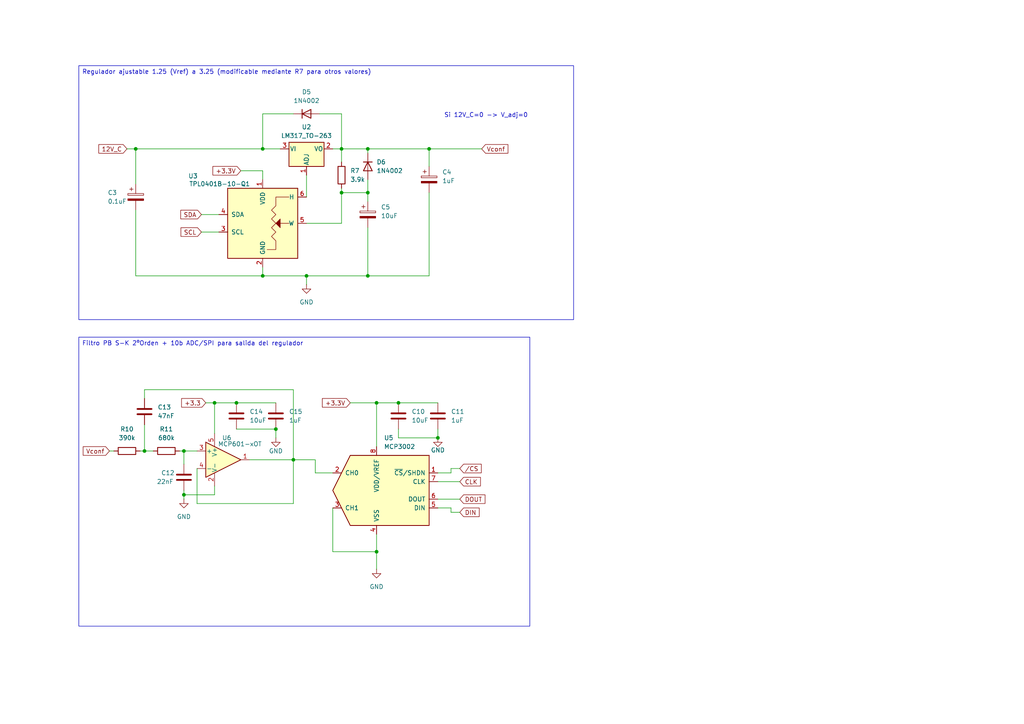
<source format=kicad_sch>
(kicad_sch
	(version 20250114)
	(generator "eeschema")
	(generator_version "9.0")
	(uuid "011d06e0-3366-4979-a361-3116c4e8e62c")
	(paper "A4")
	(title_block
		(title "Regulador configurable I2C")
	)
	(lib_symbols
		(symbol "Amplifier_Operational:MCP601-xOT"
			(pin_names
				(offset 0.127)
			)
			(exclude_from_sim no)
			(in_bom yes)
			(on_board yes)
			(property "Reference" "U"
				(at -1.27 6.35 0)
				(effects
					(font
						(size 1.27 1.27)
					)
					(justify left)
				)
			)
			(property "Value" "MCP601-xOT"
				(at -1.27 3.81 0)
				(effects
					(font
						(size 1.27 1.27)
					)
					(justify left)
				)
			)
			(property "Footprint" "Package_TO_SOT_SMD:SOT-23-5"
				(at -2.54 -5.08 0)
				(effects
					(font
						(size 1.27 1.27)
					)
					(justify left)
					(hide yes)
				)
			)
			(property "Datasheet" "http://ww1.microchip.com/downloads/en/DeviceDoc/21314g.pdf"
				(at 0 5.08 0)
				(effects
					(font
						(size 1.27 1.27)
					)
					(hide yes)
				)
			)
			(property "Description" "Single 2.7V to 6.0V Single Supply CMOS Op Amps, SOT-23-5"
				(at 0 0 0)
				(effects
					(font
						(size 1.27 1.27)
					)
					(hide yes)
				)
			)
			(property "ki_keywords" "single opamp"
				(at 0 0 0)
				(effects
					(font
						(size 1.27 1.27)
					)
					(hide yes)
				)
			)
			(property "ki_fp_filters" "SOT?23*"
				(at 0 0 0)
				(effects
					(font
						(size 1.27 1.27)
					)
					(hide yes)
				)
			)
			(symbol "MCP601-xOT_0_1"
				(polyline
					(pts
						(xy -5.08 5.08) (xy 5.08 0) (xy -5.08 -5.08) (xy -5.08 5.08)
					)
					(stroke
						(width 0.254)
						(type default)
					)
					(fill
						(type background)
					)
				)
				(pin power_in line
					(at -2.54 7.62 270)
					(length 3.81)
					(name "V+"
						(effects
							(font
								(size 1.27 1.27)
							)
						)
					)
					(number "5"
						(effects
							(font
								(size 1.27 1.27)
							)
						)
					)
				)
				(pin power_in line
					(at -2.54 -7.62 90)
					(length 3.81)
					(name "V-"
						(effects
							(font
								(size 1.27 1.27)
							)
						)
					)
					(number "2"
						(effects
							(font
								(size 1.27 1.27)
							)
						)
					)
				)
			)
			(symbol "MCP601-xOT_1_1"
				(pin input line
					(at -7.62 2.54 0)
					(length 2.54)
					(name "+"
						(effects
							(font
								(size 1.27 1.27)
							)
						)
					)
					(number "3"
						(effects
							(font
								(size 1.27 1.27)
							)
						)
					)
				)
				(pin input line
					(at -7.62 -2.54 0)
					(length 2.54)
					(name "-"
						(effects
							(font
								(size 1.27 1.27)
							)
						)
					)
					(number "4"
						(effects
							(font
								(size 1.27 1.27)
							)
						)
					)
				)
				(pin output line
					(at 7.62 0 180)
					(length 2.54)
					(name "~"
						(effects
							(font
								(size 1.27 1.27)
							)
						)
					)
					(number "1"
						(effects
							(font
								(size 1.27 1.27)
							)
						)
					)
				)
			)
			(embedded_fonts no)
		)
		(symbol "Analog_ADC:MCP3002"
			(pin_names
				(offset 1.016)
			)
			(exclude_from_sim no)
			(in_bom yes)
			(on_board yes)
			(property "Reference" "U"
				(at -6.35 11.43 0)
				(effects
					(font
						(size 1.27 1.27)
					)
				)
			)
			(property "Value" "MCP3002"
				(at 11.43 11.43 0)
				(effects
					(font
						(size 1.27 1.27)
					)
				)
			)
			(property "Footprint" ""
				(at 0 -2.54 0)
				(effects
					(font
						(size 1.27 1.27)
					)
					(hide yes)
				)
			)
			(property "Datasheet" "http://ww1.microchip.com/downloads/en/DeviceDoc/21294E.pdf"
				(at 0 5.08 0)
				(effects
					(font
						(size 1.27 1.27)
					)
					(hide yes)
				)
			)
			(property "Description" "Dual Channel 10-Bit A/D Converter with SPI Serial Interface"
				(at 0 0 0)
				(effects
					(font
						(size 1.27 1.27)
					)
					(hide yes)
				)
			)
			(property "ki_keywords" "Dual Channel 10-Bit ADC SPI 2CH"
				(at 0 0 0)
				(effects
					(font
						(size 1.27 1.27)
					)
					(hide yes)
				)
			)
			(property "ki_fp_filters" "DIP*W7.62mm** SOIC*3.9x4.9mm*P1.27mm* TSSOP*3x3mm*P0.65mm* MSOP*3x3mm*P0.65mm*"
				(at 0 0 0)
				(effects
					(font
						(size 1.27 1.27)
					)
					(hide yes)
				)
			)
			(symbol "MCP3002_0_1"
				(polyline
					(pts
						(xy 15.24 10.16) (xy -7.62 10.16) (xy -12.7 0) (xy -7.62 -10.16) (xy 15.24 -10.16) (xy 15.24 10.16)
					)
					(stroke
						(width 0.254)
						(type default)
					)
					(fill
						(type background)
					)
				)
			)
			(symbol "MCP3002_1_1"
				(pin passive line
					(at -12.7 5.08 0)
					(length 2.54)
					(name "CH0"
						(effects
							(font
								(size 1.27 1.27)
							)
						)
					)
					(number "2"
						(effects
							(font
								(size 1.27 1.27)
							)
						)
					)
				)
				(pin passive line
					(at -12.7 -5.08 0)
					(length 2.54)
					(name "CH1"
						(effects
							(font
								(size 1.27 1.27)
							)
						)
					)
					(number "3"
						(effects
							(font
								(size 1.27 1.27)
							)
						)
					)
				)
				(pin power_in line
					(at 0 12.7 270)
					(length 2.54)
					(name "VDD/VREF"
						(effects
							(font
								(size 1.27 1.27)
							)
						)
					)
					(number "8"
						(effects
							(font
								(size 1.27 1.27)
							)
						)
					)
				)
				(pin power_in line
					(at 0 -12.7 90)
					(length 2.54)
					(name "VSS"
						(effects
							(font
								(size 1.27 1.27)
							)
						)
					)
					(number "4"
						(effects
							(font
								(size 1.27 1.27)
							)
						)
					)
				)
				(pin input line
					(at 17.78 5.08 180)
					(length 2.54)
					(name "~{CS}/SHDN"
						(effects
							(font
								(size 1.27 1.27)
							)
						)
					)
					(number "1"
						(effects
							(font
								(size 1.27 1.27)
							)
						)
					)
				)
				(pin input line
					(at 17.78 2.54 180)
					(length 2.54)
					(name "CLK"
						(effects
							(font
								(size 1.27 1.27)
							)
						)
					)
					(number "7"
						(effects
							(font
								(size 1.27 1.27)
							)
						)
					)
				)
				(pin output line
					(at 17.78 -2.54 180)
					(length 2.54)
					(name "DOUT"
						(effects
							(font
								(size 1.27 1.27)
							)
						)
					)
					(number "6"
						(effects
							(font
								(size 1.27 1.27)
							)
						)
					)
				)
				(pin input line
					(at 17.78 -5.08 180)
					(length 2.54)
					(name "DIN"
						(effects
							(font
								(size 1.27 1.27)
							)
						)
					)
					(number "5"
						(effects
							(font
								(size 1.27 1.27)
							)
						)
					)
				)
			)
			(embedded_fonts no)
		)
		(symbol "Device:C"
			(pin_numbers
				(hide yes)
			)
			(pin_names
				(offset 0.254)
			)
			(exclude_from_sim no)
			(in_bom yes)
			(on_board yes)
			(property "Reference" "C"
				(at 0.635 2.54 0)
				(effects
					(font
						(size 1.27 1.27)
					)
					(justify left)
				)
			)
			(property "Value" "C"
				(at 0.635 -2.54 0)
				(effects
					(font
						(size 1.27 1.27)
					)
					(justify left)
				)
			)
			(property "Footprint" ""
				(at 0.9652 -3.81 0)
				(effects
					(font
						(size 1.27 1.27)
					)
					(hide yes)
				)
			)
			(property "Datasheet" "~"
				(at 0 0 0)
				(effects
					(font
						(size 1.27 1.27)
					)
					(hide yes)
				)
			)
			(property "Description" "Unpolarized capacitor"
				(at 0 0 0)
				(effects
					(font
						(size 1.27 1.27)
					)
					(hide yes)
				)
			)
			(property "ki_keywords" "cap capacitor"
				(at 0 0 0)
				(effects
					(font
						(size 1.27 1.27)
					)
					(hide yes)
				)
			)
			(property "ki_fp_filters" "C_*"
				(at 0 0 0)
				(effects
					(font
						(size 1.27 1.27)
					)
					(hide yes)
				)
			)
			(symbol "C_0_1"
				(polyline
					(pts
						(xy -2.032 0.762) (xy 2.032 0.762)
					)
					(stroke
						(width 0.508)
						(type default)
					)
					(fill
						(type none)
					)
				)
				(polyline
					(pts
						(xy -2.032 -0.762) (xy 2.032 -0.762)
					)
					(stroke
						(width 0.508)
						(type default)
					)
					(fill
						(type none)
					)
				)
			)
			(symbol "C_1_1"
				(pin passive line
					(at 0 3.81 270)
					(length 2.794)
					(name "~"
						(effects
							(font
								(size 1.27 1.27)
							)
						)
					)
					(number "1"
						(effects
							(font
								(size 1.27 1.27)
							)
						)
					)
				)
				(pin passive line
					(at 0 -3.81 90)
					(length 2.794)
					(name "~"
						(effects
							(font
								(size 1.27 1.27)
							)
						)
					)
					(number "2"
						(effects
							(font
								(size 1.27 1.27)
							)
						)
					)
				)
			)
			(embedded_fonts no)
		)
		(symbol "Device:C_Polarized"
			(pin_numbers
				(hide yes)
			)
			(pin_names
				(offset 0.254)
			)
			(exclude_from_sim no)
			(in_bom yes)
			(on_board yes)
			(property "Reference" "C"
				(at 0.635 2.54 0)
				(effects
					(font
						(size 1.27 1.27)
					)
					(justify left)
				)
			)
			(property "Value" "C_Polarized"
				(at 0.635 -2.54 0)
				(effects
					(font
						(size 1.27 1.27)
					)
					(justify left)
				)
			)
			(property "Footprint" ""
				(at 0.9652 -3.81 0)
				(effects
					(font
						(size 1.27 1.27)
					)
					(hide yes)
				)
			)
			(property "Datasheet" "~"
				(at 0 0 0)
				(effects
					(font
						(size 1.27 1.27)
					)
					(hide yes)
				)
			)
			(property "Description" "Polarized capacitor"
				(at 0 0 0)
				(effects
					(font
						(size 1.27 1.27)
					)
					(hide yes)
				)
			)
			(property "ki_keywords" "cap capacitor"
				(at 0 0 0)
				(effects
					(font
						(size 1.27 1.27)
					)
					(hide yes)
				)
			)
			(property "ki_fp_filters" "CP_*"
				(at 0 0 0)
				(effects
					(font
						(size 1.27 1.27)
					)
					(hide yes)
				)
			)
			(symbol "C_Polarized_0_1"
				(rectangle
					(start -2.286 0.508)
					(end 2.286 1.016)
					(stroke
						(width 0)
						(type default)
					)
					(fill
						(type none)
					)
				)
				(polyline
					(pts
						(xy -1.778 2.286) (xy -0.762 2.286)
					)
					(stroke
						(width 0)
						(type default)
					)
					(fill
						(type none)
					)
				)
				(polyline
					(pts
						(xy -1.27 2.794) (xy -1.27 1.778)
					)
					(stroke
						(width 0)
						(type default)
					)
					(fill
						(type none)
					)
				)
				(rectangle
					(start 2.286 -0.508)
					(end -2.286 -1.016)
					(stroke
						(width 0)
						(type default)
					)
					(fill
						(type outline)
					)
				)
			)
			(symbol "C_Polarized_1_1"
				(pin passive line
					(at 0 3.81 270)
					(length 2.794)
					(name "~"
						(effects
							(font
								(size 1.27 1.27)
							)
						)
					)
					(number "1"
						(effects
							(font
								(size 1.27 1.27)
							)
						)
					)
				)
				(pin passive line
					(at 0 -3.81 90)
					(length 2.794)
					(name "~"
						(effects
							(font
								(size 1.27 1.27)
							)
						)
					)
					(number "2"
						(effects
							(font
								(size 1.27 1.27)
							)
						)
					)
				)
			)
			(embedded_fonts no)
		)
		(symbol "Device:R"
			(pin_numbers
				(hide yes)
			)
			(pin_names
				(offset 0)
			)
			(exclude_from_sim no)
			(in_bom yes)
			(on_board yes)
			(property "Reference" "R"
				(at 2.032 0 90)
				(effects
					(font
						(size 1.27 1.27)
					)
				)
			)
			(property "Value" "R"
				(at 0 0 90)
				(effects
					(font
						(size 1.27 1.27)
					)
				)
			)
			(property "Footprint" ""
				(at -1.778 0 90)
				(effects
					(font
						(size 1.27 1.27)
					)
					(hide yes)
				)
			)
			(property "Datasheet" "~"
				(at 0 0 0)
				(effects
					(font
						(size 1.27 1.27)
					)
					(hide yes)
				)
			)
			(property "Description" "Resistor"
				(at 0 0 0)
				(effects
					(font
						(size 1.27 1.27)
					)
					(hide yes)
				)
			)
			(property "ki_keywords" "R res resistor"
				(at 0 0 0)
				(effects
					(font
						(size 1.27 1.27)
					)
					(hide yes)
				)
			)
			(property "ki_fp_filters" "R_*"
				(at 0 0 0)
				(effects
					(font
						(size 1.27 1.27)
					)
					(hide yes)
				)
			)
			(symbol "R_0_1"
				(rectangle
					(start -1.016 -2.54)
					(end 1.016 2.54)
					(stroke
						(width 0.254)
						(type default)
					)
					(fill
						(type none)
					)
				)
			)
			(symbol "R_1_1"
				(pin passive line
					(at 0 3.81 270)
					(length 1.27)
					(name "~"
						(effects
							(font
								(size 1.27 1.27)
							)
						)
					)
					(number "1"
						(effects
							(font
								(size 1.27 1.27)
							)
						)
					)
				)
				(pin passive line
					(at 0 -3.81 90)
					(length 1.27)
					(name "~"
						(effects
							(font
								(size 1.27 1.27)
							)
						)
					)
					(number "2"
						(effects
							(font
								(size 1.27 1.27)
							)
						)
					)
				)
			)
			(embedded_fonts no)
		)
		(symbol "Diode:1N4002"
			(pin_numbers
				(hide yes)
			)
			(pin_names
				(hide yes)
			)
			(exclude_from_sim no)
			(in_bom yes)
			(on_board yes)
			(property "Reference" "D"
				(at 0 2.54 0)
				(effects
					(font
						(size 1.27 1.27)
					)
				)
			)
			(property "Value" "1N4002"
				(at 0 -2.54 0)
				(effects
					(font
						(size 1.27 1.27)
					)
				)
			)
			(property "Footprint" "Diode_THT:D_DO-41_SOD81_P10.16mm_Horizontal"
				(at 0 -4.445 0)
				(effects
					(font
						(size 1.27 1.27)
					)
					(hide yes)
				)
			)
			(property "Datasheet" "http://www.vishay.com/docs/88503/1n4001.pdf"
				(at 0 0 0)
				(effects
					(font
						(size 1.27 1.27)
					)
					(hide yes)
				)
			)
			(property "Description" "100V 1A General Purpose Rectifier Diode, DO-41"
				(at 0 0 0)
				(effects
					(font
						(size 1.27 1.27)
					)
					(hide yes)
				)
			)
			(property "Sim.Device" "D"
				(at 0 0 0)
				(effects
					(font
						(size 1.27 1.27)
					)
					(hide yes)
				)
			)
			(property "Sim.Pins" "1=K 2=A"
				(at 0 0 0)
				(effects
					(font
						(size 1.27 1.27)
					)
					(hide yes)
				)
			)
			(property "ki_keywords" "diode"
				(at 0 0 0)
				(effects
					(font
						(size 1.27 1.27)
					)
					(hide yes)
				)
			)
			(property "ki_fp_filters" "D*DO?41*"
				(at 0 0 0)
				(effects
					(font
						(size 1.27 1.27)
					)
					(hide yes)
				)
			)
			(symbol "1N4002_0_1"
				(polyline
					(pts
						(xy -1.27 1.27) (xy -1.27 -1.27)
					)
					(stroke
						(width 0.254)
						(type default)
					)
					(fill
						(type none)
					)
				)
				(polyline
					(pts
						(xy 1.27 1.27) (xy 1.27 -1.27) (xy -1.27 0) (xy 1.27 1.27)
					)
					(stroke
						(width 0.254)
						(type default)
					)
					(fill
						(type none)
					)
				)
				(polyline
					(pts
						(xy 1.27 0) (xy -1.27 0)
					)
					(stroke
						(width 0)
						(type default)
					)
					(fill
						(type none)
					)
				)
			)
			(symbol "1N4002_1_1"
				(pin passive line
					(at -3.81 0 0)
					(length 2.54)
					(name "K"
						(effects
							(font
								(size 1.27 1.27)
							)
						)
					)
					(number "1"
						(effects
							(font
								(size 1.27 1.27)
							)
						)
					)
				)
				(pin passive line
					(at 3.81 0 180)
					(length 2.54)
					(name "A"
						(effects
							(font
								(size 1.27 1.27)
							)
						)
					)
					(number "2"
						(effects
							(font
								(size 1.27 1.27)
							)
						)
					)
				)
			)
			(embedded_fonts no)
		)
		(symbol "Potentiometer_Digital:TPL0401B-10-Q1"
			(pin_names
				(offset 1.016)
			)
			(exclude_from_sim no)
			(in_bom yes)
			(on_board yes)
			(property "Reference" "U"
				(at -10.16 11.43 0)
				(effects
					(font
						(size 1.27 1.27)
					)
					(justify left)
				)
			)
			(property "Value" "TPL0401B-10-Q1"
				(at 1.27 11.43 0)
				(effects
					(font
						(size 1.27 1.27)
					)
					(justify left)
				)
			)
			(property "Footprint" "Package_TO_SOT_SMD:Texas_R-PDSO-G6"
				(at 1.27 -11.43 0)
				(effects
					(font
						(size 1.27 1.27)
					)
					(justify left)
					(hide yes)
				)
			)
			(property "Datasheet" "http://www.ti.com/lit/ds/symlink/tpl0401a-10-q1.pdf"
				(at 1.27 -13.97 0)
				(effects
					(font
						(size 1.27 1.27)
					)
					(justify left)
					(hide yes)
				)
			)
			(property "Description" "128-TAPS Single-Channel Digital Potentiometer, I2C Interface, SC-70-6"
				(at 0 0 0)
				(effects
					(font
						(size 1.27 1.27)
					)
					(hide yes)
				)
			)
			(property "ki_keywords" "Digital Pot Potentiometer I2C"
				(at 0 0 0)
				(effects
					(font
						(size 1.27 1.27)
					)
					(hide yes)
				)
			)
			(property "ki_fp_filters" "Texas*R*PDSO*G*"
				(at 0 0 0)
				(effects
					(font
						(size 1.27 1.27)
					)
					(hide yes)
				)
			)
			(symbol "TPL0401B-10-Q1_0_1"
				(polyline
					(pts
						(xy 5.08 -1.27) (xy 5.08 1.27) (xy 3.81 0) (xy 5.08 -1.27) (xy 5.08 -1.27)
					)
					(stroke
						(width 0)
						(type default)
					)
					(fill
						(type outline)
					)
				)
				(polyline
					(pts
						(xy 7.62 7.62) (xy 3.81 7.62) (xy 3.81 5.08) (xy 2.54 3.81) (xy 3.81 2.54) (xy 2.54 1.27) (xy 3.81 0)
						(xy 2.54 -1.27) (xy 3.81 -2.54) (xy 2.54 -3.81) (xy 3.81 -5.08) (xy 3.81 -7.62) (xy 1.27 -7.62)
					)
					(stroke
						(width 0)
						(type default)
					)
					(fill
						(type none)
					)
				)
				(polyline
					(pts
						(xy 7.62 0) (xy 5.08 0)
					)
					(stroke
						(width 0)
						(type default)
					)
					(fill
						(type none)
					)
				)
			)
			(symbol "TPL0401B-10-Q1_1_1"
				(rectangle
					(start -10.16 10.16)
					(end 10.16 -10.16)
					(stroke
						(width 0.254)
						(type default)
					)
					(fill
						(type background)
					)
				)
				(pin bidirectional line
					(at -12.7 2.54 0)
					(length 2.54)
					(name "SDA"
						(effects
							(font
								(size 1.27 1.27)
							)
						)
					)
					(number "4"
						(effects
							(font
								(size 1.27 1.27)
							)
						)
					)
				)
				(pin input line
					(at -12.7 -2.54 0)
					(length 2.54)
					(name "SCL"
						(effects
							(font
								(size 1.27 1.27)
							)
						)
					)
					(number "3"
						(effects
							(font
								(size 1.27 1.27)
							)
						)
					)
				)
				(pin power_in line
					(at 0 12.7 270)
					(length 2.54)
					(name "VDD"
						(effects
							(font
								(size 1.27 1.27)
							)
						)
					)
					(number "1"
						(effects
							(font
								(size 1.27 1.27)
							)
						)
					)
				)
				(pin power_in line
					(at 0 -12.7 90)
					(length 2.54)
					(name "GND"
						(effects
							(font
								(size 1.27 1.27)
							)
						)
					)
					(number "2"
						(effects
							(font
								(size 1.27 1.27)
							)
						)
					)
				)
				(pin passive line
					(at 12.7 7.62 180)
					(length 2.54)
					(name "H"
						(effects
							(font
								(size 1.27 1.27)
							)
						)
					)
					(number "6"
						(effects
							(font
								(size 1.27 1.27)
							)
						)
					)
				)
				(pin passive line
					(at 12.7 0 180)
					(length 2.54)
					(name "W"
						(effects
							(font
								(size 1.27 1.27)
							)
						)
					)
					(number "5"
						(effects
							(font
								(size 1.27 1.27)
							)
						)
					)
				)
			)
			(embedded_fonts no)
		)
		(symbol "Regulator_Linear:LM317_TO-263"
			(pin_names
				(offset 0.254)
			)
			(exclude_from_sim no)
			(in_bom yes)
			(on_board yes)
			(property "Reference" "U"
				(at -3.81 3.175 0)
				(effects
					(font
						(size 1.27 1.27)
					)
				)
			)
			(property "Value" "LM317_TO-263"
				(at 0 3.175 0)
				(effects
					(font
						(size 1.27 1.27)
					)
					(justify left)
				)
			)
			(property "Footprint" "Package_TO_SOT_SMD:TO-263-2"
				(at 0 6.35 0)
				(effects
					(font
						(size 1.27 1.27)
						(italic yes)
					)
					(hide yes)
				)
			)
			(property "Datasheet" "http://www.ti.com/lit/ds/symlink/lm317.pdf"
				(at 0 0 0)
				(effects
					(font
						(size 1.27 1.27)
					)
					(hide yes)
				)
			)
			(property "Description" "1.5A 35V Adjustable Linear Regulator, TO-263"
				(at 0 0 0)
				(effects
					(font
						(size 1.27 1.27)
					)
					(hide yes)
				)
			)
			(property "ki_keywords" "Adjustable Voltage Regulator 1A Positive"
				(at 0 0 0)
				(effects
					(font
						(size 1.27 1.27)
					)
					(hide yes)
				)
			)
			(property "ki_fp_filters" "TO?263*"
				(at 0 0 0)
				(effects
					(font
						(size 1.27 1.27)
					)
					(hide yes)
				)
			)
			(symbol "LM317_TO-263_0_1"
				(rectangle
					(start -5.08 1.905)
					(end 5.08 -5.08)
					(stroke
						(width 0.254)
						(type default)
					)
					(fill
						(type background)
					)
				)
			)
			(symbol "LM317_TO-263_1_1"
				(pin power_in line
					(at -7.62 0 0)
					(length 2.54)
					(name "VI"
						(effects
							(font
								(size 1.27 1.27)
							)
						)
					)
					(number "3"
						(effects
							(font
								(size 1.27 1.27)
							)
						)
					)
				)
				(pin input line
					(at 0 -7.62 90)
					(length 2.54)
					(name "ADJ"
						(effects
							(font
								(size 1.27 1.27)
							)
						)
					)
					(number "1"
						(effects
							(font
								(size 1.27 1.27)
							)
						)
					)
				)
				(pin power_out line
					(at 7.62 0 180)
					(length 2.54)
					(name "VO"
						(effects
							(font
								(size 1.27 1.27)
							)
						)
					)
					(number "2"
						(effects
							(font
								(size 1.27 1.27)
							)
						)
					)
				)
			)
			(embedded_fonts no)
		)
		(symbol "power:GND"
			(power)
			(pin_numbers
				(hide yes)
			)
			(pin_names
				(offset 0)
				(hide yes)
			)
			(exclude_from_sim no)
			(in_bom yes)
			(on_board yes)
			(property "Reference" "#PWR"
				(at 0 -6.35 0)
				(effects
					(font
						(size 1.27 1.27)
					)
					(hide yes)
				)
			)
			(property "Value" "GND"
				(at 0 -3.81 0)
				(effects
					(font
						(size 1.27 1.27)
					)
				)
			)
			(property "Footprint" ""
				(at 0 0 0)
				(effects
					(font
						(size 1.27 1.27)
					)
					(hide yes)
				)
			)
			(property "Datasheet" ""
				(at 0 0 0)
				(effects
					(font
						(size 1.27 1.27)
					)
					(hide yes)
				)
			)
			(property "Description" "Power symbol creates a global label with name \"GND\" , ground"
				(at 0 0 0)
				(effects
					(font
						(size 1.27 1.27)
					)
					(hide yes)
				)
			)
			(property "ki_keywords" "global power"
				(at 0 0 0)
				(effects
					(font
						(size 1.27 1.27)
					)
					(hide yes)
				)
			)
			(symbol "GND_0_1"
				(polyline
					(pts
						(xy 0 0) (xy 0 -1.27) (xy 1.27 -1.27) (xy 0 -2.54) (xy -1.27 -1.27) (xy 0 -1.27)
					)
					(stroke
						(width 0)
						(type default)
					)
					(fill
						(type none)
					)
				)
			)
			(symbol "GND_1_1"
				(pin power_in line
					(at 0 0 270)
					(length 0)
					(name "~"
						(effects
							(font
								(size 1.27 1.27)
							)
						)
					)
					(number "1"
						(effects
							(font
								(size 1.27 1.27)
							)
						)
					)
				)
			)
			(embedded_fonts no)
		)
	)
	(text "Si 12V_C=0 -> V_adj=0"
		(exclude_from_sim no)
		(at 140.97 33.528 0)
		(effects
			(font
				(size 1.27 1.27)
			)
		)
		(uuid "ac39abba-a896-436f-af82-5c9a1849a0c8")
	)
	(text_box "Filtro PB S-K 2ºOrden + 10b ADC/SPI para salida del regulador"
		(exclude_from_sim no)
		(at 22.86 97.79 0)
		(size 130.81 83.82)
		(margins 0.9525 0.9525 0.9525 0.9525)
		(stroke
			(width 0)
			(type solid)
		)
		(fill
			(type none)
		)
		(effects
			(font
				(size 1.27 1.27)
			)
			(justify left top)
		)
		(uuid "c6cf0160-e01f-4b00-901f-c80161898160")
	)
	(text_box "Regulador ajustable 1.25 (Vref) a 3.25 (modificable mediante R7 para otros valores) "
		(exclude_from_sim no)
		(at 22.86 19.05 0)
		(size 143.51 73.66)
		(margins 0.9525 0.9525 0.9525 0.9525)
		(stroke
			(width 0)
			(type solid)
		)
		(fill
			(type none)
		)
		(effects
			(font
				(size 1.27 1.27)
			)
			(justify left top)
		)
		(uuid "dffb5d3b-5c83-4630-9a15-8e0f11143eb1")
	)
	(junction
		(at 39.37 43.18)
		(diameter 0)
		(color 0 0 0 0)
		(uuid "0568d438-de50-4e20-b8bb-105d7d5743fd")
	)
	(junction
		(at 106.68 80.01)
		(diameter 0)
		(color 0 0 0 0)
		(uuid "07996b7b-9390-4160-9126-66c708b21aa7")
	)
	(junction
		(at 85.09 133.35)
		(diameter 0)
		(color 0 0 0 0)
		(uuid "0c2339ce-1ae3-4d3b-85c2-e3d05f1da226")
	)
	(junction
		(at 41.91 130.81)
		(diameter 0)
		(color 0 0 0 0)
		(uuid "1f5601be-5368-430f-bf66-763fcd946ca6")
	)
	(junction
		(at 106.68 43.18)
		(diameter 0)
		(color 0 0 0 0)
		(uuid "40790830-2bc8-4f2f-b567-dfb9c0e46e59")
	)
	(junction
		(at 124.46 43.18)
		(diameter 0)
		(color 0 0 0 0)
		(uuid "43824e9e-cfd9-43a4-9fcb-9401200569b4")
	)
	(junction
		(at 62.23 116.84)
		(diameter 0)
		(color 0 0 0 0)
		(uuid "5742cfb5-76d6-4c55-865b-d2b1ba5cf86d")
	)
	(junction
		(at 76.2 80.01)
		(diameter 0)
		(color 0 0 0 0)
		(uuid "5a8c22b5-15e2-4b76-8e46-40c40e3becb0")
	)
	(junction
		(at 109.22 160.02)
		(diameter 0)
		(color 0 0 0 0)
		(uuid "64d9fbcf-e64a-4c1b-bfc9-955dcb9ea01d")
	)
	(junction
		(at 76.2 43.18)
		(diameter 0)
		(color 0 0 0 0)
		(uuid "663c3b68-0f01-44b3-9ab4-645ebd730e63")
	)
	(junction
		(at 99.06 43.18)
		(diameter 0)
		(color 0 0 0 0)
		(uuid "681ab09f-2066-496b-9d9e-a4ff6b2320ad")
	)
	(junction
		(at 88.9 80.01)
		(diameter 0)
		(color 0 0 0 0)
		(uuid "69b533c7-102b-4a11-b4ce-44882922f603")
	)
	(junction
		(at 80.01 124.46)
		(diameter 0)
		(color 0 0 0 0)
		(uuid "6cb47fa5-d933-4563-8116-b3d565cbcfff")
	)
	(junction
		(at 68.58 116.84)
		(diameter 0)
		(color 0 0 0 0)
		(uuid "71da91af-8326-4b3d-98b4-3c3128001ede")
	)
	(junction
		(at 99.06 55.88)
		(diameter 0)
		(color 0 0 0 0)
		(uuid "a7c7cdc8-a6c8-44a0-b6f2-7b22cbc29e1a")
	)
	(junction
		(at 109.22 116.84)
		(diameter 0)
		(color 0 0 0 0)
		(uuid "ac7bae6e-3299-4366-90ac-8955e78e5635")
	)
	(junction
		(at 53.34 143.51)
		(diameter 0)
		(color 0 0 0 0)
		(uuid "bcb013bf-152b-4a0e-956a-696d456db3db")
	)
	(junction
		(at 106.68 55.88)
		(diameter 0)
		(color 0 0 0 0)
		(uuid "cb62ac30-03fa-4517-9db3-fec0326b282b")
	)
	(junction
		(at 127 127)
		(diameter 0)
		(color 0 0 0 0)
		(uuid "dd5f86cf-bf6f-4c12-a3a7-8f9c34ce7f31")
	)
	(junction
		(at 53.34 130.81)
		(diameter 0)
		(color 0 0 0 0)
		(uuid "dec7e907-ea5b-431e-9e51-46d22772c97b")
	)
	(junction
		(at 115.57 116.84)
		(diameter 0)
		(color 0 0 0 0)
		(uuid "f9495d0f-047b-4fde-9e6d-66bd46121576")
	)
	(wire
		(pts
			(xy 106.68 66.04) (xy 106.68 80.01)
		)
		(stroke
			(width 0)
			(type default)
		)
		(uuid "09d0204b-25b8-4915-8a03-832762d4b073")
	)
	(wire
		(pts
			(xy 52.07 130.81) (xy 53.34 130.81)
		)
		(stroke
			(width 0)
			(type default)
		)
		(uuid "0add088a-1983-4d48-8c81-9f1fecbd9e18")
	)
	(wire
		(pts
			(xy 76.2 43.18) (xy 81.28 43.18)
		)
		(stroke
			(width 0)
			(type default)
		)
		(uuid "0e5e4556-4eee-4b8e-93a3-48df0ac5d093")
	)
	(wire
		(pts
			(xy 124.46 55.88) (xy 124.46 80.01)
		)
		(stroke
			(width 0)
			(type default)
		)
		(uuid "102b2290-817f-4fc3-8d63-752be297e02f")
	)
	(wire
		(pts
			(xy 124.46 43.18) (xy 106.68 43.18)
		)
		(stroke
			(width 0)
			(type default)
		)
		(uuid "1111b045-de86-4e15-89fb-0e0b26eca825")
	)
	(wire
		(pts
			(xy 88.9 80.01) (xy 88.9 82.55)
		)
		(stroke
			(width 0)
			(type default)
		)
		(uuid "129ef950-5705-48bf-8b17-93a9350b9b11")
	)
	(wire
		(pts
			(xy 62.23 125.73) (xy 62.23 116.84)
		)
		(stroke
			(width 0)
			(type default)
		)
		(uuid "12e11134-a4e9-47d0-a936-28cf0d9d9ca4")
	)
	(wire
		(pts
			(xy 62.23 140.97) (xy 62.23 143.51)
		)
		(stroke
			(width 0)
			(type default)
		)
		(uuid "13999877-f55a-4dd5-93f9-8196515a0ebe")
	)
	(wire
		(pts
			(xy 41.91 113.03) (xy 41.91 115.57)
		)
		(stroke
			(width 0)
			(type default)
		)
		(uuid "14f18ef7-a66a-46f7-99f8-3cca0aca506d")
	)
	(wire
		(pts
			(xy 106.68 43.18) (xy 106.68 44.45)
		)
		(stroke
			(width 0)
			(type default)
		)
		(uuid "16370c04-e754-44c0-a845-1a5063cd6281")
	)
	(wire
		(pts
			(xy 76.2 49.53) (xy 69.85 49.53)
		)
		(stroke
			(width 0)
			(type default)
		)
		(uuid "1bd668e5-5b98-420f-92bc-d0f18291aa07")
	)
	(wire
		(pts
			(xy 130.81 137.16) (xy 130.81 135.89)
		)
		(stroke
			(width 0)
			(type default)
		)
		(uuid "1d2a7141-dc7e-4f25-b03f-390c1307367a")
	)
	(wire
		(pts
			(xy 62.23 116.84) (xy 59.69 116.84)
		)
		(stroke
			(width 0)
			(type default)
		)
		(uuid "21b10368-6f6d-4942-88d6-0ce28a508278")
	)
	(wire
		(pts
			(xy 53.34 142.24) (xy 53.34 143.51)
		)
		(stroke
			(width 0)
			(type default)
		)
		(uuid "236ce03b-aa57-4881-acc4-332c56b3d5b2")
	)
	(wire
		(pts
			(xy 39.37 80.01) (xy 76.2 80.01)
		)
		(stroke
			(width 0)
			(type default)
		)
		(uuid "25ac053c-78c6-491e-a95d-8e8b81cd2a80")
	)
	(wire
		(pts
			(xy 53.34 130.81) (xy 57.15 130.81)
		)
		(stroke
			(width 0)
			(type default)
		)
		(uuid "28449efd-1238-4293-84b2-be0912260822")
	)
	(wire
		(pts
			(xy 130.81 135.89) (xy 133.35 135.89)
		)
		(stroke
			(width 0)
			(type default)
		)
		(uuid "2865a215-9f96-4416-a6f0-872cc2a6a74e")
	)
	(wire
		(pts
			(xy 88.9 64.77) (xy 99.06 64.77)
		)
		(stroke
			(width 0)
			(type default)
		)
		(uuid "2ee204c4-25f6-4e48-be65-aa674da96eb5")
	)
	(wire
		(pts
			(xy 41.91 123.19) (xy 41.91 130.81)
		)
		(stroke
			(width 0)
			(type default)
		)
		(uuid "2f9a6188-5a66-4101-a301-b70c1bf76443")
	)
	(wire
		(pts
			(xy 124.46 43.18) (xy 139.7 43.18)
		)
		(stroke
			(width 0)
			(type default)
		)
		(uuid "373a7688-2afd-487b-adf3-85c36f69badd")
	)
	(wire
		(pts
			(xy 58.42 62.23) (xy 63.5 62.23)
		)
		(stroke
			(width 0)
			(type default)
		)
		(uuid "3e05f062-2754-4e34-aea8-c4b2c5cbfd4d")
	)
	(wire
		(pts
			(xy 58.42 67.31) (xy 63.5 67.31)
		)
		(stroke
			(width 0)
			(type default)
		)
		(uuid "43707cbd-b654-4e15-b539-d519b49b6e7d")
	)
	(wire
		(pts
			(xy 96.52 43.18) (xy 99.06 43.18)
		)
		(stroke
			(width 0)
			(type default)
		)
		(uuid "47f58c90-f0d9-4b4f-b68e-fb91a4180953")
	)
	(wire
		(pts
			(xy 109.22 116.84) (xy 115.57 116.84)
		)
		(stroke
			(width 0)
			(type default)
		)
		(uuid "4a0d82bb-3d15-49bc-bb79-63274d0ce4f0")
	)
	(wire
		(pts
			(xy 80.01 124.46) (xy 80.01 127)
		)
		(stroke
			(width 0)
			(type default)
		)
		(uuid "4af1ac4e-c56f-4ae0-821d-038f64ae9648")
	)
	(wire
		(pts
			(xy 127 137.16) (xy 130.81 137.16)
		)
		(stroke
			(width 0)
			(type default)
		)
		(uuid "4af6ff30-ed53-4266-81a0-f56672d502a5")
	)
	(wire
		(pts
			(xy 72.39 133.35) (xy 85.09 133.35)
		)
		(stroke
			(width 0)
			(type default)
		)
		(uuid "4eca885b-94e8-49a9-b0ce-58c5b134e808")
	)
	(wire
		(pts
			(xy 41.91 130.81) (xy 44.45 130.81)
		)
		(stroke
			(width 0)
			(type default)
		)
		(uuid "4ff3942a-198d-4090-ac93-d7ab87710ef8")
	)
	(wire
		(pts
			(xy 96.52 147.32) (xy 96.52 160.02)
		)
		(stroke
			(width 0)
			(type default)
		)
		(uuid "525f89fc-b6fa-4225-82c1-56edd7acd2a2")
	)
	(wire
		(pts
			(xy 91.44 133.35) (xy 91.44 137.16)
		)
		(stroke
			(width 0)
			(type default)
		)
		(uuid "584f3d3b-3c58-4466-8bea-edaef855b7b6")
	)
	(wire
		(pts
			(xy 53.34 143.51) (xy 53.34 144.78)
		)
		(stroke
			(width 0)
			(type default)
		)
		(uuid "5e898009-c532-4b83-9b8b-e8fbc7fb8738")
	)
	(wire
		(pts
			(xy 109.22 160.02) (xy 109.22 154.94)
		)
		(stroke
			(width 0)
			(type default)
		)
		(uuid "63b1c692-1c09-401b-b078-3d1f04883c0f")
	)
	(wire
		(pts
			(xy 99.06 54.61) (xy 99.06 55.88)
		)
		(stroke
			(width 0)
			(type default)
		)
		(uuid "65ab5d43-1597-4cb9-8ffd-62816e3ae3b6")
	)
	(wire
		(pts
			(xy 124.46 80.01) (xy 106.68 80.01)
		)
		(stroke
			(width 0)
			(type default)
		)
		(uuid "66197b60-777b-40ec-803a-6cf785215be4")
	)
	(wire
		(pts
			(xy 76.2 80.01) (xy 88.9 80.01)
		)
		(stroke
			(width 0)
			(type default)
		)
		(uuid "67eb7beb-45ec-413b-9f19-c4867314faf0")
	)
	(wire
		(pts
			(xy 85.09 33.02) (xy 76.2 33.02)
		)
		(stroke
			(width 0)
			(type default)
		)
		(uuid "687deb2e-7157-41d3-937d-6fce981b0615")
	)
	(wire
		(pts
			(xy 127 144.78) (xy 133.35 144.78)
		)
		(stroke
			(width 0)
			(type default)
		)
		(uuid "69b00f1f-faf1-45d6-ab87-b25688d92766")
	)
	(wire
		(pts
			(xy 99.06 33.02) (xy 92.71 33.02)
		)
		(stroke
			(width 0)
			(type default)
		)
		(uuid "703a9eba-a317-478c-b5f4-70b0fe9e59a2")
	)
	(wire
		(pts
			(xy 130.81 147.32) (xy 130.81 148.59)
		)
		(stroke
			(width 0)
			(type default)
		)
		(uuid "70d76808-f4fc-440f-a6a6-96a0f6404246")
	)
	(wire
		(pts
			(xy 31.75 130.81) (xy 33.02 130.81)
		)
		(stroke
			(width 0)
			(type default)
		)
		(uuid "71aa14d2-c81e-45fc-b027-00c057ef11d1")
	)
	(wire
		(pts
			(xy 76.2 33.02) (xy 76.2 43.18)
		)
		(stroke
			(width 0)
			(type default)
		)
		(uuid "7565f69d-2850-48b1-88c8-032ad91ba396")
	)
	(wire
		(pts
			(xy 99.06 43.18) (xy 106.68 43.18)
		)
		(stroke
			(width 0)
			(type default)
		)
		(uuid "765c59d7-ad7d-4e5f-90b4-c349ecfef65d")
	)
	(wire
		(pts
			(xy 53.34 130.81) (xy 53.34 134.62)
		)
		(stroke
			(width 0)
			(type default)
		)
		(uuid "7737309d-d05e-4c2c-8acc-587559036d52")
	)
	(wire
		(pts
			(xy 62.23 143.51) (xy 53.34 143.51)
		)
		(stroke
			(width 0)
			(type default)
		)
		(uuid "78dc4016-ef26-4d01-a49d-7460566c22ce")
	)
	(wire
		(pts
			(xy 124.46 48.26) (xy 124.46 43.18)
		)
		(stroke
			(width 0)
			(type default)
		)
		(uuid "7c9725f4-4f2d-48f4-9864-ee4099873524")
	)
	(wire
		(pts
			(xy 91.44 137.16) (xy 96.52 137.16)
		)
		(stroke
			(width 0)
			(type default)
		)
		(uuid "7cc5b94c-713d-4fe8-b662-d15da5de84fe")
	)
	(wire
		(pts
			(xy 76.2 77.47) (xy 76.2 80.01)
		)
		(stroke
			(width 0)
			(type default)
		)
		(uuid "897814b7-a98f-4678-82bd-98b247ca153f")
	)
	(wire
		(pts
			(xy 130.81 148.59) (xy 133.35 148.59)
		)
		(stroke
			(width 0)
			(type default)
		)
		(uuid "8a6e290e-26d5-4e79-b34d-8a85070ad337")
	)
	(wire
		(pts
			(xy 101.6 116.84) (xy 109.22 116.84)
		)
		(stroke
			(width 0)
			(type default)
		)
		(uuid "8abed769-b284-4df5-81ee-704caf936344")
	)
	(wire
		(pts
			(xy 127 139.7) (xy 133.35 139.7)
		)
		(stroke
			(width 0)
			(type default)
		)
		(uuid "8d8d0831-eb5a-4b58-b02f-0c758daccb30")
	)
	(wire
		(pts
			(xy 85.09 133.35) (xy 91.44 133.35)
		)
		(stroke
			(width 0)
			(type default)
		)
		(uuid "8fb81433-496f-41b7-8f07-c5b0bef2f34d")
	)
	(wire
		(pts
			(xy 85.09 133.35) (xy 85.09 146.05)
		)
		(stroke
			(width 0)
			(type default)
		)
		(uuid "8fc39b22-9387-49f7-bb2f-63df104760cb")
	)
	(wire
		(pts
			(xy 76.2 52.07) (xy 76.2 49.53)
		)
		(stroke
			(width 0)
			(type default)
		)
		(uuid "99b7533f-9193-490d-97e2-1a13fee8451d")
	)
	(wire
		(pts
			(xy 57.15 135.89) (xy 57.15 146.05)
		)
		(stroke
			(width 0)
			(type default)
		)
		(uuid "a44abe4a-e0f1-4ab1-bb7e-b79a7962379e")
	)
	(wire
		(pts
			(xy 99.06 64.77) (xy 99.06 55.88)
		)
		(stroke
			(width 0)
			(type default)
		)
		(uuid "a6aacc8f-3a49-4ee8-b2df-99634054478f")
	)
	(wire
		(pts
			(xy 57.15 146.05) (xy 85.09 146.05)
		)
		(stroke
			(width 0)
			(type default)
		)
		(uuid "ae7a45b5-7195-4d95-9e69-983b84d15cb7")
	)
	(wire
		(pts
			(xy 88.9 50.8) (xy 88.9 57.15)
		)
		(stroke
			(width 0)
			(type default)
		)
		(uuid "b95f0639-95a7-479a-832e-552d91ba7e92")
	)
	(wire
		(pts
			(xy 96.52 160.02) (xy 109.22 160.02)
		)
		(stroke
			(width 0)
			(type default)
		)
		(uuid "ba1a3053-f886-4734-ae3b-8c794630a88b")
	)
	(wire
		(pts
			(xy 106.68 52.07) (xy 106.68 55.88)
		)
		(stroke
			(width 0)
			(type default)
		)
		(uuid "bbd50a68-caa0-4835-bcc1-a2d71cc0e9e2")
	)
	(wire
		(pts
			(xy 68.58 124.46) (xy 80.01 124.46)
		)
		(stroke
			(width 0)
			(type default)
		)
		(uuid "bc975e8f-92eb-43bf-9364-7f60934526c5")
	)
	(wire
		(pts
			(xy 115.57 124.46) (xy 115.57 127)
		)
		(stroke
			(width 0)
			(type default)
		)
		(uuid "bcee2c61-8083-499a-9f9b-9a0d8f6e2933")
	)
	(wire
		(pts
			(xy 85.09 113.03) (xy 41.91 113.03)
		)
		(stroke
			(width 0)
			(type default)
		)
		(uuid "bf8ee732-1822-4742-9ea6-c986ff13047b")
	)
	(wire
		(pts
			(xy 109.22 116.84) (xy 109.22 129.54)
		)
		(stroke
			(width 0)
			(type default)
		)
		(uuid "c2c92fd4-71d9-4f0d-9f9d-39ff8ee2854d")
	)
	(wire
		(pts
			(xy 109.22 160.02) (xy 109.22 165.1)
		)
		(stroke
			(width 0)
			(type default)
		)
		(uuid "c9fb708f-7a59-4502-a7fa-17f8e944d0e3")
	)
	(wire
		(pts
			(xy 85.09 113.03) (xy 85.09 133.35)
		)
		(stroke
			(width 0)
			(type default)
		)
		(uuid "ccb1f119-acc3-4ebf-9869-056c17f59030")
	)
	(wire
		(pts
			(xy 40.64 130.81) (xy 41.91 130.81)
		)
		(stroke
			(width 0)
			(type default)
		)
		(uuid "d14f55d7-24ba-4377-8e42-36feb84cf6c3")
	)
	(wire
		(pts
			(xy 62.23 116.84) (xy 68.58 116.84)
		)
		(stroke
			(width 0)
			(type default)
		)
		(uuid "d2db565b-51a7-4de1-ac95-b815dede06d5")
	)
	(wire
		(pts
			(xy 115.57 127) (xy 127 127)
		)
		(stroke
			(width 0)
			(type default)
		)
		(uuid "d4dbf863-6bdd-492b-a8d2-48205075ffbb")
	)
	(wire
		(pts
			(xy 39.37 60.96) (xy 39.37 80.01)
		)
		(stroke
			(width 0)
			(type default)
		)
		(uuid "d72af062-ec98-4c71-bf78-dca4a8a2d418")
	)
	(wire
		(pts
			(xy 39.37 43.18) (xy 39.37 53.34)
		)
		(stroke
			(width 0)
			(type default)
		)
		(uuid "d92bf9fe-71c3-4936-94f0-e978a65d3191")
	)
	(wire
		(pts
			(xy 99.06 43.18) (xy 99.06 33.02)
		)
		(stroke
			(width 0)
			(type default)
		)
		(uuid "dc89407e-e1e5-4ba2-a446-5b28e56f9acc")
	)
	(wire
		(pts
			(xy 127 147.32) (xy 130.81 147.32)
		)
		(stroke
			(width 0)
			(type default)
		)
		(uuid "e1754f4f-1359-450d-894b-e66b11945bd5")
	)
	(wire
		(pts
			(xy 36.83 43.18) (xy 39.37 43.18)
		)
		(stroke
			(width 0)
			(type default)
		)
		(uuid "e2b2af55-6f0a-45b3-aa55-0f57740826ac")
	)
	(wire
		(pts
			(xy 99.06 55.88) (xy 106.68 55.88)
		)
		(stroke
			(width 0)
			(type default)
		)
		(uuid "e39aa4e3-73be-4a66-87c0-37f84be9ab82")
	)
	(wire
		(pts
			(xy 99.06 43.18) (xy 99.06 46.99)
		)
		(stroke
			(width 0)
			(type default)
		)
		(uuid "e4b6fea8-5dde-4798-869d-1fdbe702d534")
	)
	(wire
		(pts
			(xy 88.9 80.01) (xy 106.68 80.01)
		)
		(stroke
			(width 0)
			(type default)
		)
		(uuid "e6db221d-3fa1-46ac-b57b-56cc35389cf1")
	)
	(wire
		(pts
			(xy 127 124.46) (xy 127 127)
		)
		(stroke
			(width 0)
			(type default)
		)
		(uuid "e6fe0a82-73de-45c7-8acc-15cbe9cb0321")
	)
	(wire
		(pts
			(xy 115.57 116.84) (xy 127 116.84)
		)
		(stroke
			(width 0)
			(type default)
		)
		(uuid "e86ffea1-eba2-4dff-8403-c8286fb0f8a1")
	)
	(wire
		(pts
			(xy 106.68 55.88) (xy 106.68 58.42)
		)
		(stroke
			(width 0)
			(type default)
		)
		(uuid "ed223a59-b14b-4a35-b605-5e2db983d667")
	)
	(wire
		(pts
			(xy 68.58 116.84) (xy 80.01 116.84)
		)
		(stroke
			(width 0)
			(type default)
		)
		(uuid "ef85832a-8a8c-4123-b4cf-abc883ab0255")
	)
	(wire
		(pts
			(xy 39.37 43.18) (xy 76.2 43.18)
		)
		(stroke
			(width 0)
			(type default)
		)
		(uuid "fdfccee0-1417-4fbe-b6c2-7a99a0117587")
	)
	(global_label "{slash}CS"
		(shape input)
		(at 133.35 135.89 0)
		(fields_autoplaced yes)
		(effects
			(font
				(size 1.27 1.27)
			)
			(justify left)
		)
		(uuid "12445cfe-cee5-4ec2-b684-e4645096b6ab")
		(property "Intersheetrefs" "${INTERSHEET_REFS}"
			(at 140.1452 135.89 0)
			(effects
				(font
					(size 1.27 1.27)
				)
				(justify left)
				(hide yes)
			)
		)
	)
	(global_label "DOUT"
		(shape input)
		(at 133.35 144.78 0)
		(fields_autoplaced yes)
		(effects
			(font
				(size 1.27 1.27)
			)
			(justify left)
		)
		(uuid "392be029-a503-4d69-907b-4bd325a11e13")
		(property "Intersheetrefs" "${INTERSHEET_REFS}"
			(at 141.2338 144.78 0)
			(effects
				(font
					(size 1.27 1.27)
				)
				(justify left)
				(hide yes)
			)
		)
	)
	(global_label "+3.3V"
		(shape input)
		(at 69.85 49.53 180)
		(fields_autoplaced yes)
		(effects
			(font
				(size 1.27 1.27)
			)
			(justify right)
		)
		(uuid "3e2e27bf-7b0d-4f3e-8e04-9bdbd9a15ef1")
		(property "Intersheetrefs" "${INTERSHEET_REFS}"
			(at 61.18 49.53 0)
			(effects
				(font
					(size 1.27 1.27)
				)
				(justify right)
				(hide yes)
			)
		)
	)
	(global_label "SDA"
		(shape input)
		(at 58.42 62.23 180)
		(fields_autoplaced yes)
		(effects
			(font
				(size 1.27 1.27)
			)
			(justify right)
		)
		(uuid "40ce5590-eea2-4722-8feb-df90fc2dbf21")
		(property "Intersheetrefs" "${INTERSHEET_REFS}"
			(at 51.8667 62.23 0)
			(effects
				(font
					(size 1.27 1.27)
				)
				(justify right)
				(hide yes)
			)
		)
	)
	(global_label "Vconf"
		(shape input)
		(at 31.75 130.81 180)
		(fields_autoplaced yes)
		(effects
			(font
				(size 1.27 1.27)
			)
			(justify right)
		)
		(uuid "83b7ac06-d48a-4849-8382-b86023da1cfc")
		(property "Intersheetrefs" "${INTERSHEET_REFS}"
			(at 23.5639 130.81 0)
			(effects
				(font
					(size 1.27 1.27)
				)
				(justify right)
				(hide yes)
			)
		)
	)
	(global_label "DIN"
		(shape input)
		(at 133.35 148.59 0)
		(fields_autoplaced yes)
		(effects
			(font
				(size 1.27 1.27)
			)
			(justify left)
		)
		(uuid "93ebc204-6f0f-4848-8421-3184478af98a")
		(property "Intersheetrefs" "${INTERSHEET_REFS}"
			(at 139.5405 148.59 0)
			(effects
				(font
					(size 1.27 1.27)
				)
				(justify left)
				(hide yes)
			)
		)
	)
	(global_label "+3.3"
		(shape input)
		(at 59.69 116.84 180)
		(fields_autoplaced yes)
		(effects
			(font
				(size 1.27 1.27)
			)
			(justify right)
		)
		(uuid "9b72b36c-38c8-42ca-8401-6c16bdec903e")
		(property "Intersheetrefs" "${INTERSHEET_REFS}"
			(at 52.1086 116.84 0)
			(effects
				(font
					(size 1.27 1.27)
				)
				(justify right)
				(hide yes)
			)
		)
	)
	(global_label "CLK"
		(shape input)
		(at 133.35 139.7 0)
		(fields_autoplaced yes)
		(effects
			(font
				(size 1.27 1.27)
			)
			(justify left)
		)
		(uuid "b6f8f366-8019-49a4-a08b-e0705634b709")
		(property "Intersheetrefs" "${INTERSHEET_REFS}"
			(at 139.9033 139.7 0)
			(effects
				(font
					(size 1.27 1.27)
				)
				(justify left)
				(hide yes)
			)
		)
	)
	(global_label "Vconf"
		(shape input)
		(at 139.7 43.18 0)
		(fields_autoplaced yes)
		(effects
			(font
				(size 1.27 1.27)
			)
			(justify left)
		)
		(uuid "b93650ab-a3ed-4f4b-9a72-45f6d0689b2a")
		(property "Intersheetrefs" "${INTERSHEET_REFS}"
			(at 147.8861 43.18 0)
			(effects
				(font
					(size 1.27 1.27)
				)
				(justify left)
				(hide yes)
			)
		)
	)
	(global_label "12V_C"
		(shape input)
		(at 36.83 43.18 180)
		(fields_autoplaced yes)
		(effects
			(font
				(size 1.27 1.27)
			)
			(justify right)
		)
		(uuid "c14ef1a2-879e-4986-8ba5-4437f169537b")
		(property "Intersheetrefs" "${INTERSHEET_REFS}"
			(at 28.0996 43.18 0)
			(effects
				(font
					(size 1.27 1.27)
				)
				(justify right)
				(hide yes)
			)
		)
	)
	(global_label "+3.3V"
		(shape input)
		(at 101.6 116.84 180)
		(fields_autoplaced yes)
		(effects
			(font
				(size 1.27 1.27)
			)
			(justify right)
		)
		(uuid "dd47ebd7-bde4-43ad-8961-d921ec801ecd")
		(property "Intersheetrefs" "${INTERSHEET_REFS}"
			(at 92.93 116.84 0)
			(effects
				(font
					(size 1.27 1.27)
				)
				(justify right)
				(hide yes)
			)
		)
	)
	(global_label "SCL"
		(shape input)
		(at 58.42 67.31 180)
		(fields_autoplaced yes)
		(effects
			(font
				(size 1.27 1.27)
			)
			(justify right)
		)
		(uuid "f0ddc74c-5f0a-4e36-80eb-670b67954914")
		(property "Intersheetrefs" "${INTERSHEET_REFS}"
			(at 51.9272 67.31 0)
			(effects
				(font
					(size 1.27 1.27)
				)
				(justify right)
				(hide yes)
			)
		)
	)
	(symbol
		(lib_id "power:GND")
		(at 127 127 0)
		(unit 1)
		(exclude_from_sim no)
		(in_bom yes)
		(on_board yes)
		(dnp no)
		(uuid "00dbdf03-171e-439c-9004-32b3417a600c")
		(property "Reference" "#PWR07"
			(at 127 133.35 0)
			(effects
				(font
					(size 1.27 1.27)
				)
				(hide yes)
			)
		)
		(property "Value" "GND"
			(at 127 130.556 0)
			(effects
				(font
					(size 1.27 1.27)
				)
			)
		)
		(property "Footprint" ""
			(at 127 127 0)
			(effects
				(font
					(size 1.27 1.27)
				)
				(hide yes)
			)
		)
		(property "Datasheet" ""
			(at 127 127 0)
			(effects
				(font
					(size 1.27 1.27)
				)
				(hide yes)
			)
		)
		(property "Description" "Power symbol creates a global label with name \"GND\" , ground"
			(at 127 127 0)
			(effects
				(font
					(size 1.27 1.27)
				)
				(hide yes)
			)
		)
		(pin "1"
			(uuid "64f20007-5cc5-40fa-9c42-d62b75e3ee43")
		)
		(instances
			(project "TFG_EC"
				(path "/03cb4eb5-4821-4614-a602-b5718b8b667e/6afe8f40-7d1a-4f21-b382-4564d86465e4"
					(reference "#PWR07")
					(unit 1)
				)
			)
		)
	)
	(symbol
		(lib_id "Device:C")
		(at 53.34 138.43 0)
		(unit 1)
		(exclude_from_sim no)
		(in_bom yes)
		(on_board yes)
		(dnp no)
		(uuid "015d1055-2a9c-4b19-8b76-72a8fc0aee40")
		(property "Reference" "C12"
			(at 46.736 137.16 0)
			(effects
				(font
					(size 1.27 1.27)
				)
				(justify left)
			)
		)
		(property "Value" "22nF"
			(at 45.466 139.7 0)
			(effects
				(font
					(size 1.27 1.27)
				)
				(justify left)
			)
		)
		(property "Footprint" "Capacitor_SMD:C_0603_1608Metric"
			(at 54.3052 142.24 0)
			(effects
				(font
					(size 1.27 1.27)
				)
				(hide yes)
			)
		)
		(property "Datasheet" "~"
			(at 53.34 138.43 0)
			(effects
				(font
					(size 1.27 1.27)
				)
				(hide yes)
			)
		)
		(property "Description" "Unpolarized capacitor"
			(at 53.34 138.43 0)
			(effects
				(font
					(size 1.27 1.27)
				)
				(hide yes)
			)
		)
		(pin "1"
			(uuid "777b87c6-3965-4a57-a852-1670a3fcb258")
		)
		(pin "2"
			(uuid "48a60a37-5ba9-4cfe-bb55-615f40f6a1ad")
		)
		(instances
			(project "TFG_EC"
				(path "/03cb4eb5-4821-4614-a602-b5718b8b667e/6afe8f40-7d1a-4f21-b382-4564d86465e4"
					(reference "C12")
					(unit 1)
				)
			)
		)
	)
	(symbol
		(lib_id "Device:C_Polarized")
		(at 106.68 62.23 0)
		(unit 1)
		(exclude_from_sim no)
		(in_bom yes)
		(on_board yes)
		(dnp no)
		(fields_autoplaced yes)
		(uuid "09fac18e-3120-4703-a724-105ca0148813")
		(property "Reference" "C5"
			(at 110.49 60.0709 0)
			(effects
				(font
					(size 1.27 1.27)
				)
				(justify left)
			)
		)
		(property "Value" "10uF"
			(at 110.49 62.6109 0)
			(effects
				(font
					(size 1.27 1.27)
				)
				(justify left)
			)
		)
		(property "Footprint" ""
			(at 107.6452 66.04 0)
			(effects
				(font
					(size 1.27 1.27)
				)
				(hide yes)
			)
		)
		(property "Datasheet" "~"
			(at 106.68 62.23 0)
			(effects
				(font
					(size 1.27 1.27)
				)
				(hide yes)
			)
		)
		(property "Description" "Polarized capacitor"
			(at 106.68 62.23 0)
			(effects
				(font
					(size 1.27 1.27)
				)
				(hide yes)
			)
		)
		(pin "2"
			(uuid "7dbe88e4-aff5-4d8c-a9f3-e9fb8672a23b")
		)
		(pin "1"
			(uuid "a1c1b5a3-3354-48fe-93e3-a36c54c8e160")
		)
		(instances
			(project "TFG_EC"
				(path "/03cb4eb5-4821-4614-a602-b5718b8b667e/6afe8f40-7d1a-4f21-b382-4564d86465e4"
					(reference "C5")
					(unit 1)
				)
			)
		)
	)
	(symbol
		(lib_id "Analog_ADC:MCP3002")
		(at 109.22 142.24 0)
		(unit 1)
		(exclude_from_sim no)
		(in_bom yes)
		(on_board yes)
		(dnp no)
		(fields_autoplaced yes)
		(uuid "121a66d4-4723-40f6-8e96-dfbc2e27c70e")
		(property "Reference" "U5"
			(at 111.3633 127 0)
			(effects
				(font
					(size 1.27 1.27)
				)
				(justify left)
			)
		)
		(property "Value" "MCP3002"
			(at 111.3633 129.54 0)
			(effects
				(font
					(size 1.27 1.27)
				)
				(justify left)
			)
		)
		(property "Footprint" "Package_SO:SOIC-8_3.9x4.9mm_P1.27mm"
			(at 109.22 144.78 0)
			(effects
				(font
					(size 1.27 1.27)
				)
				(hide yes)
			)
		)
		(property "Datasheet" "http://ww1.microchip.com/downloads/en/DeviceDoc/21294E.pdf"
			(at 109.22 137.16 0)
			(effects
				(font
					(size 1.27 1.27)
				)
				(hide yes)
			)
		)
		(property "Description" "Dual Channel 10-Bit A/D Converter with SPI Serial Interface"
			(at 109.22 142.24 0)
			(effects
				(font
					(size 1.27 1.27)
				)
				(hide yes)
			)
		)
		(pin "4"
			(uuid "06828906-d570-47d6-ba9d-0345197ba317")
		)
		(pin "2"
			(uuid "701a614a-8bd8-4de7-88f2-4104ef38eada")
		)
		(pin "3"
			(uuid "96a81d1b-c71e-4a70-b315-4241f1f80018")
		)
		(pin "8"
			(uuid "2a989114-31bc-4493-aaa1-23e8ca8aa161")
		)
		(pin "7"
			(uuid "1d57d3ea-6713-40ca-bdd4-3289beeefc18")
		)
		(pin "6"
			(uuid "8001c790-bdbf-4ed0-a9ec-f606446d7ab3")
		)
		(pin "1"
			(uuid "c02e7252-ac79-47d8-ac14-f6a34b42366c")
		)
		(pin "5"
			(uuid "a05b6d54-d8c7-457f-aafc-a9788d478a9d")
		)
		(instances
			(project "TFG_EC"
				(path "/03cb4eb5-4821-4614-a602-b5718b8b667e/6afe8f40-7d1a-4f21-b382-4564d86465e4"
					(reference "U5")
					(unit 1)
				)
			)
		)
	)
	(symbol
		(lib_id "power:GND")
		(at 109.22 165.1 0)
		(unit 1)
		(exclude_from_sim no)
		(in_bom yes)
		(on_board yes)
		(dnp no)
		(fields_autoplaced yes)
		(uuid "2edf9b3b-b78a-4243-8bb4-815e1ba0d648")
		(property "Reference" "#PWR08"
			(at 109.22 171.45 0)
			(effects
				(font
					(size 1.27 1.27)
				)
				(hide yes)
			)
		)
		(property "Value" "GND"
			(at 109.22 170.18 0)
			(effects
				(font
					(size 1.27 1.27)
				)
			)
		)
		(property "Footprint" ""
			(at 109.22 165.1 0)
			(effects
				(font
					(size 1.27 1.27)
				)
				(hide yes)
			)
		)
		(property "Datasheet" ""
			(at 109.22 165.1 0)
			(effects
				(font
					(size 1.27 1.27)
				)
				(hide yes)
			)
		)
		(property "Description" "Power symbol creates a global label with name \"GND\" , ground"
			(at 109.22 165.1 0)
			(effects
				(font
					(size 1.27 1.27)
				)
				(hide yes)
			)
		)
		(pin "1"
			(uuid "ee304f0b-2f8d-4358-8826-b89950f284c4")
		)
		(instances
			(project "TFG_EC"
				(path "/03cb4eb5-4821-4614-a602-b5718b8b667e/6afe8f40-7d1a-4f21-b382-4564d86465e4"
					(reference "#PWR08")
					(unit 1)
				)
			)
		)
	)
	(symbol
		(lib_id "Device:C")
		(at 80.01 120.65 0)
		(unit 1)
		(exclude_from_sim no)
		(in_bom yes)
		(on_board yes)
		(dnp no)
		(fields_autoplaced yes)
		(uuid "425f1d93-4c36-43c5-b9e5-9353f6b67724")
		(property "Reference" "C15"
			(at 83.82 119.3799 0)
			(effects
				(font
					(size 1.27 1.27)
				)
				(justify left)
			)
		)
		(property "Value" "1uF"
			(at 83.82 121.9199 0)
			(effects
				(font
					(size 1.27 1.27)
				)
				(justify left)
			)
		)
		(property "Footprint" "Capacitor_SMD:C_0603_1608Metric"
			(at 80.9752 124.46 0)
			(effects
				(font
					(size 1.27 1.27)
				)
				(hide yes)
			)
		)
		(property "Datasheet" "~"
			(at 80.01 120.65 0)
			(effects
				(font
					(size 1.27 1.27)
				)
				(hide yes)
			)
		)
		(property "Description" "Unpolarized capacitor"
			(at 80.01 120.65 0)
			(effects
				(font
					(size 1.27 1.27)
				)
				(hide yes)
			)
		)
		(pin "1"
			(uuid "dc06010a-e351-43d4-a1c4-5a38e627dbfe")
		)
		(pin "2"
			(uuid "eb01d98b-a614-4734-8026-4bef99e54170")
		)
		(instances
			(project "TFG_EC"
				(path "/03cb4eb5-4821-4614-a602-b5718b8b667e/6afe8f40-7d1a-4f21-b382-4564d86465e4"
					(reference "C15")
					(unit 1)
				)
			)
		)
	)
	(symbol
		(lib_id "Device:C")
		(at 127 120.65 0)
		(unit 1)
		(exclude_from_sim no)
		(in_bom yes)
		(on_board yes)
		(dnp no)
		(fields_autoplaced yes)
		(uuid "487d43f4-a9d2-4605-9234-7963dfdb9fb5")
		(property "Reference" "C11"
			(at 130.81 119.3799 0)
			(effects
				(font
					(size 1.27 1.27)
				)
				(justify left)
			)
		)
		(property "Value" "1uF"
			(at 130.81 121.9199 0)
			(effects
				(font
					(size 1.27 1.27)
				)
				(justify left)
			)
		)
		(property "Footprint" "Capacitor_SMD:C_0603_1608Metric"
			(at 127.9652 124.46 0)
			(effects
				(font
					(size 1.27 1.27)
				)
				(hide yes)
			)
		)
		(property "Datasheet" "~"
			(at 127 120.65 0)
			(effects
				(font
					(size 1.27 1.27)
				)
				(hide yes)
			)
		)
		(property "Description" "Unpolarized capacitor"
			(at 127 120.65 0)
			(effects
				(font
					(size 1.27 1.27)
				)
				(hide yes)
			)
		)
		(pin "1"
			(uuid "777a9c5c-3ac5-4c3e-9276-4a063e0155f6")
		)
		(pin "2"
			(uuid "aece5274-bb4f-4ad7-90d5-fb39f6290251")
		)
		(instances
			(project "TFG_EC"
				(path "/03cb4eb5-4821-4614-a602-b5718b8b667e/6afe8f40-7d1a-4f21-b382-4564d86465e4"
					(reference "C11")
					(unit 1)
				)
			)
		)
	)
	(symbol
		(lib_id "Potentiometer_Digital:TPL0401B-10-Q1")
		(at 76.2 64.77 0)
		(unit 1)
		(exclude_from_sim no)
		(in_bom yes)
		(on_board yes)
		(dnp no)
		(uuid "5378f097-5bab-4911-b99f-25e960b2a242")
		(property "Reference" "U3"
			(at 54.61 51.054 0)
			(effects
				(font
					(size 1.27 1.27)
				)
				(justify left)
			)
		)
		(property "Value" "TPL0401B-10-Q1"
			(at 54.864 53.34 0)
			(effects
				(font
					(size 1.27 1.27)
				)
				(justify left)
			)
		)
		(property "Footprint" "Package_TO_SOT_SMD:Texas_R-PDSO-G6"
			(at 77.47 76.2 0)
			(effects
				(font
					(size 1.27 1.27)
				)
				(justify left)
				(hide yes)
			)
		)
		(property "Datasheet" "http://www.ti.com/lit/ds/symlink/tpl0401a-10-q1.pdf"
			(at 77.47 78.74 0)
			(effects
				(font
					(size 1.27 1.27)
				)
				(justify left)
				(hide yes)
			)
		)
		(property "Description" "128-TAPS Single-Channel Digital Potentiometer, I2C Interface, SC-70-6"
			(at 76.2 64.77 0)
			(effects
				(font
					(size 1.27 1.27)
				)
				(hide yes)
			)
		)
		(pin "4"
			(uuid "1460bb07-92f1-4560-8cd8-1058909faadf")
		)
		(pin "1"
			(uuid "85239974-3de8-4ce5-a23c-583447f0bc02")
		)
		(pin "6"
			(uuid "df6a114b-bf73-4e26-a1cf-a2d55f353d5e")
		)
		(pin "2"
			(uuid "371be830-98b6-4597-88dc-b1fdd3f89bc3")
		)
		(pin "3"
			(uuid "6371ed84-4c07-4b43-ab39-6ea37d9e72ad")
		)
		(pin "5"
			(uuid "ca0369e8-1364-4db0-a1d4-82816ad7e1c9")
		)
		(instances
			(project ""
				(path "/03cb4eb5-4821-4614-a602-b5718b8b667e/6afe8f40-7d1a-4f21-b382-4564d86465e4"
					(reference "U3")
					(unit 1)
				)
			)
		)
	)
	(symbol
		(lib_id "Diode:1N4002")
		(at 88.9 33.02 0)
		(unit 1)
		(exclude_from_sim no)
		(in_bom yes)
		(on_board yes)
		(dnp no)
		(fields_autoplaced yes)
		(uuid "57d4245a-e32f-4e01-8a08-1780f2c1743e")
		(property "Reference" "D5"
			(at 88.9 26.67 0)
			(effects
				(font
					(size 1.27 1.27)
				)
			)
		)
		(property "Value" "1N4002"
			(at 88.9 29.21 0)
			(effects
				(font
					(size 1.27 1.27)
				)
			)
		)
		(property "Footprint" "Diode_THT:D_DO-41_SOD81_P10.16mm_Horizontal"
			(at 88.9 37.465 0)
			(effects
				(font
					(size 1.27 1.27)
				)
				(hide yes)
			)
		)
		(property "Datasheet" "http://www.vishay.com/docs/88503/1n4001.pdf"
			(at 88.9 33.02 0)
			(effects
				(font
					(size 1.27 1.27)
				)
				(hide yes)
			)
		)
		(property "Description" "100V 1A General Purpose Rectifier Diode, DO-41"
			(at 88.9 33.02 0)
			(effects
				(font
					(size 1.27 1.27)
				)
				(hide yes)
			)
		)
		(property "Sim.Device" "D"
			(at 88.9 33.02 0)
			(effects
				(font
					(size 1.27 1.27)
				)
				(hide yes)
			)
		)
		(property "Sim.Pins" "1=K 2=A"
			(at 88.9 33.02 0)
			(effects
				(font
					(size 1.27 1.27)
				)
				(hide yes)
			)
		)
		(pin "1"
			(uuid "1ea02971-c278-4b69-a814-a354e9dff39e")
		)
		(pin "2"
			(uuid "df427ff9-7207-4d34-93f5-de2f9d7c9a34")
		)
		(instances
			(project ""
				(path "/03cb4eb5-4821-4614-a602-b5718b8b667e/6afe8f40-7d1a-4f21-b382-4564d86465e4"
					(reference "D5")
					(unit 1)
				)
			)
		)
	)
	(symbol
		(lib_id "Device:C")
		(at 68.58 120.65 0)
		(unit 1)
		(exclude_from_sim no)
		(in_bom yes)
		(on_board yes)
		(dnp no)
		(fields_autoplaced yes)
		(uuid "76aff5de-2cee-450c-bd36-a3e541a8b4ac")
		(property "Reference" "C14"
			(at 72.39 119.3799 0)
			(effects
				(font
					(size 1.27 1.27)
				)
				(justify left)
			)
		)
		(property "Value" "10uF"
			(at 72.39 121.9199 0)
			(effects
				(font
					(size 1.27 1.27)
				)
				(justify left)
			)
		)
		(property "Footprint" "Capacitor_SMD:C_0603_1608Metric"
			(at 69.5452 124.46 0)
			(effects
				(font
					(size 1.27 1.27)
				)
				(hide yes)
			)
		)
		(property "Datasheet" "~"
			(at 68.58 120.65 0)
			(effects
				(font
					(size 1.27 1.27)
				)
				(hide yes)
			)
		)
		(property "Description" "Unpolarized capacitor"
			(at 68.58 120.65 0)
			(effects
				(font
					(size 1.27 1.27)
				)
				(hide yes)
			)
		)
		(pin "1"
			(uuid "f3eb974b-03f0-4a2b-a2a9-bcf10e12ff15")
		)
		(pin "2"
			(uuid "b4e0998e-787b-42ce-b56c-0ba1635ee6d7")
		)
		(instances
			(project "TFG_EC"
				(path "/03cb4eb5-4821-4614-a602-b5718b8b667e/6afe8f40-7d1a-4f21-b382-4564d86465e4"
					(reference "C14")
					(unit 1)
				)
			)
		)
	)
	(symbol
		(lib_id "Device:C_Polarized")
		(at 124.46 52.07 0)
		(unit 1)
		(exclude_from_sim no)
		(in_bom yes)
		(on_board yes)
		(dnp no)
		(fields_autoplaced yes)
		(uuid "7f895dd5-8079-4516-b67c-1d4b24ecb94c")
		(property "Reference" "C4"
			(at 128.27 49.9109 0)
			(effects
				(font
					(size 1.27 1.27)
				)
				(justify left)
			)
		)
		(property "Value" "1uF"
			(at 128.27 52.4509 0)
			(effects
				(font
					(size 1.27 1.27)
				)
				(justify left)
			)
		)
		(property "Footprint" ""
			(at 125.4252 55.88 0)
			(effects
				(font
					(size 1.27 1.27)
				)
				(hide yes)
			)
		)
		(property "Datasheet" "~"
			(at 124.46 52.07 0)
			(effects
				(font
					(size 1.27 1.27)
				)
				(hide yes)
			)
		)
		(property "Description" "Polarized capacitor"
			(at 124.46 52.07 0)
			(effects
				(font
					(size 1.27 1.27)
				)
				(hide yes)
			)
		)
		(pin "2"
			(uuid "1f80bc96-b040-408a-b315-9c51b51688c5")
		)
		(pin "1"
			(uuid "0b808936-083f-4f0c-b10f-3ea200db02a5")
		)
		(instances
			(project "TFG_EC"
				(path "/03cb4eb5-4821-4614-a602-b5718b8b667e/6afe8f40-7d1a-4f21-b382-4564d86465e4"
					(reference "C4")
					(unit 1)
				)
			)
		)
	)
	(symbol
		(lib_id "Device:R")
		(at 48.26 130.81 90)
		(unit 1)
		(exclude_from_sim no)
		(in_bom yes)
		(on_board yes)
		(dnp no)
		(fields_autoplaced yes)
		(uuid "82cd2465-3ee2-4414-ae92-b543c785b938")
		(property "Reference" "R11"
			(at 48.26 124.46 90)
			(effects
				(font
					(size 1.27 1.27)
				)
			)
		)
		(property "Value" "680k"
			(at 48.26 127 90)
			(effects
				(font
					(size 1.27 1.27)
				)
			)
		)
		(property "Footprint" ""
			(at 48.26 132.588 90)
			(effects
				(font
					(size 1.27 1.27)
				)
				(hide yes)
			)
		)
		(property "Datasheet" "~"
			(at 48.26 130.81 0)
			(effects
				(font
					(size 1.27 1.27)
				)
				(hide yes)
			)
		)
		(property "Description" "Resistor"
			(at 48.26 130.81 0)
			(effects
				(font
					(size 1.27 1.27)
				)
				(hide yes)
			)
		)
		(pin "1"
			(uuid "93423f80-6db4-460f-8cf7-7a82bc1ed7f6")
		)
		(pin "2"
			(uuid "1b1ab473-3ca5-43f8-b934-57d3a86c4488")
		)
		(instances
			(project "TFG_EC"
				(path "/03cb4eb5-4821-4614-a602-b5718b8b667e/6afe8f40-7d1a-4f21-b382-4564d86465e4"
					(reference "R11")
					(unit 1)
				)
			)
		)
	)
	(symbol
		(lib_id "Device:C")
		(at 41.91 119.38 0)
		(unit 1)
		(exclude_from_sim no)
		(in_bom yes)
		(on_board yes)
		(dnp no)
		(fields_autoplaced yes)
		(uuid "8bc658a9-a42e-43ff-b509-141220ed6a90")
		(property "Reference" "C13"
			(at 45.72 118.1099 0)
			(effects
				(font
					(size 1.27 1.27)
				)
				(justify left)
			)
		)
		(property "Value" "47nF"
			(at 45.72 120.6499 0)
			(effects
				(font
					(size 1.27 1.27)
				)
				(justify left)
			)
		)
		(property "Footprint" "Capacitor_SMD:C_0603_1608Metric"
			(at 42.8752 123.19 0)
			(effects
				(font
					(size 1.27 1.27)
				)
				(hide yes)
			)
		)
		(property "Datasheet" "~"
			(at 41.91 119.38 0)
			(effects
				(font
					(size 1.27 1.27)
				)
				(hide yes)
			)
		)
		(property "Description" "Unpolarized capacitor"
			(at 41.91 119.38 0)
			(effects
				(font
					(size 1.27 1.27)
				)
				(hide yes)
			)
		)
		(pin "1"
			(uuid "e0bb6fad-327d-43d1-995d-a58011aea498")
		)
		(pin "2"
			(uuid "02e901f8-aa41-4c4b-8ed0-55efcb670280")
		)
		(instances
			(project "TFG_EC"
				(path "/03cb4eb5-4821-4614-a602-b5718b8b667e/6afe8f40-7d1a-4f21-b382-4564d86465e4"
					(reference "C13")
					(unit 1)
				)
			)
		)
	)
	(symbol
		(lib_id "Device:R")
		(at 36.83 130.81 90)
		(unit 1)
		(exclude_from_sim no)
		(in_bom yes)
		(on_board yes)
		(dnp no)
		(fields_autoplaced yes)
		(uuid "9206805c-8e13-42dc-bd5b-fd1dec54f78f")
		(property "Reference" "R10"
			(at 36.83 124.46 90)
			(effects
				(font
					(size 1.27 1.27)
				)
			)
		)
		(property "Value" "390k"
			(at 36.83 127 90)
			(effects
				(font
					(size 1.27 1.27)
				)
			)
		)
		(property "Footprint" ""
			(at 36.83 132.588 90)
			(effects
				(font
					(size 1.27 1.27)
				)
				(hide yes)
			)
		)
		(property "Datasheet" "~"
			(at 36.83 130.81 0)
			(effects
				(font
					(size 1.27 1.27)
				)
				(hide yes)
			)
		)
		(property "Description" "Resistor"
			(at 36.83 130.81 0)
			(effects
				(font
					(size 1.27 1.27)
				)
				(hide yes)
			)
		)
		(pin "1"
			(uuid "5a1283b9-1cd4-47db-9ff1-6b89fbf47c2a")
		)
		(pin "2"
			(uuid "140a0c1e-0b09-4899-a339-bb888c0118c3")
		)
		(instances
			(project "TFG_EC"
				(path "/03cb4eb5-4821-4614-a602-b5718b8b667e/6afe8f40-7d1a-4f21-b382-4564d86465e4"
					(reference "R10")
					(unit 1)
				)
			)
		)
	)
	(symbol
		(lib_id "power:GND")
		(at 88.9 82.55 0)
		(unit 1)
		(exclude_from_sim no)
		(in_bom yes)
		(on_board yes)
		(dnp no)
		(fields_autoplaced yes)
		(uuid "9bb6688f-9476-4792-a46b-b1e2e27f77ff")
		(property "Reference" "#PWR03"
			(at 88.9 88.9 0)
			(effects
				(font
					(size 1.27 1.27)
				)
				(hide yes)
			)
		)
		(property "Value" "GND"
			(at 88.9 87.63 0)
			(effects
				(font
					(size 1.27 1.27)
				)
			)
		)
		(property "Footprint" ""
			(at 88.9 82.55 0)
			(effects
				(font
					(size 1.27 1.27)
				)
				(hide yes)
			)
		)
		(property "Datasheet" ""
			(at 88.9 82.55 0)
			(effects
				(font
					(size 1.27 1.27)
				)
				(hide yes)
			)
		)
		(property "Description" "Power symbol creates a global label with name \"GND\" , ground"
			(at 88.9 82.55 0)
			(effects
				(font
					(size 1.27 1.27)
				)
				(hide yes)
			)
		)
		(pin "1"
			(uuid "c47fa666-109f-49a8-8b21-5027466837a9")
		)
		(instances
			(project "TFG_EC"
				(path "/03cb4eb5-4821-4614-a602-b5718b8b667e/6afe8f40-7d1a-4f21-b382-4564d86465e4"
					(reference "#PWR03")
					(unit 1)
				)
			)
		)
	)
	(symbol
		(lib_id "Diode:1N4002")
		(at 106.68 48.26 270)
		(unit 1)
		(exclude_from_sim no)
		(in_bom yes)
		(on_board yes)
		(dnp no)
		(fields_autoplaced yes)
		(uuid "a3ed206c-6a04-4626-a6aa-2d5e3c8274de")
		(property "Reference" "D6"
			(at 109.22 46.9899 90)
			(effects
				(font
					(size 1.27 1.27)
				)
				(justify left)
			)
		)
		(property "Value" "1N4002"
			(at 109.22 49.5299 90)
			(effects
				(font
					(size 1.27 1.27)
				)
				(justify left)
			)
		)
		(property "Footprint" "Diode_THT:D_DO-41_SOD81_P10.16mm_Horizontal"
			(at 102.235 48.26 0)
			(effects
				(font
					(size 1.27 1.27)
				)
				(hide yes)
			)
		)
		(property "Datasheet" "http://www.vishay.com/docs/88503/1n4001.pdf"
			(at 106.68 48.26 0)
			(effects
				(font
					(size 1.27 1.27)
				)
				(hide yes)
			)
		)
		(property "Description" "100V 1A General Purpose Rectifier Diode, DO-41"
			(at 106.68 48.26 0)
			(effects
				(font
					(size 1.27 1.27)
				)
				(hide yes)
			)
		)
		(property "Sim.Device" "D"
			(at 106.68 48.26 0)
			(effects
				(font
					(size 1.27 1.27)
				)
				(hide yes)
			)
		)
		(property "Sim.Pins" "1=K 2=A"
			(at 106.68 48.26 0)
			(effects
				(font
					(size 1.27 1.27)
				)
				(hide yes)
			)
		)
		(pin "1"
			(uuid "3933fe58-ed6c-4970-afdc-cbeedcf5c56e")
		)
		(pin "2"
			(uuid "117ef539-7e81-483f-9107-d64fb4be579f")
		)
		(instances
			(project "TFG_EC"
				(path "/03cb4eb5-4821-4614-a602-b5718b8b667e/6afe8f40-7d1a-4f21-b382-4564d86465e4"
					(reference "D6")
					(unit 1)
				)
			)
		)
	)
	(symbol
		(lib_id "Device:C")
		(at 115.57 120.65 0)
		(unit 1)
		(exclude_from_sim no)
		(in_bom yes)
		(on_board yes)
		(dnp no)
		(fields_autoplaced yes)
		(uuid "a4a96d39-07c4-4e55-9c5a-50e7bb5ceb8a")
		(property "Reference" "C10"
			(at 119.38 119.3799 0)
			(effects
				(font
					(size 1.27 1.27)
				)
				(justify left)
			)
		)
		(property "Value" "10uF"
			(at 119.38 121.9199 0)
			(effects
				(font
					(size 1.27 1.27)
				)
				(justify left)
			)
		)
		(property "Footprint" "Capacitor_SMD:C_0603_1608Metric"
			(at 116.5352 124.46 0)
			(effects
				(font
					(size 1.27 1.27)
				)
				(hide yes)
			)
		)
		(property "Datasheet" "~"
			(at 115.57 120.65 0)
			(effects
				(font
					(size 1.27 1.27)
				)
				(hide yes)
			)
		)
		(property "Description" "Unpolarized capacitor"
			(at 115.57 120.65 0)
			(effects
				(font
					(size 1.27 1.27)
				)
				(hide yes)
			)
		)
		(pin "1"
			(uuid "ef2c11a8-dad5-4176-a378-40f27c7170c7")
		)
		(pin "2"
			(uuid "3e027d98-3e23-40b4-a70a-5a6f981592c1")
		)
		(instances
			(project ""
				(path "/03cb4eb5-4821-4614-a602-b5718b8b667e/6afe8f40-7d1a-4f21-b382-4564d86465e4"
					(reference "C10")
					(unit 1)
				)
			)
		)
	)
	(symbol
		(lib_id "Device:R")
		(at 99.06 50.8 0)
		(unit 1)
		(exclude_from_sim no)
		(in_bom yes)
		(on_board yes)
		(dnp no)
		(fields_autoplaced yes)
		(uuid "aac06e53-8e16-4921-8297-80b7532359dc")
		(property "Reference" "R7"
			(at 101.6 49.5299 0)
			(effects
				(font
					(size 1.27 1.27)
				)
				(justify left)
			)
		)
		(property "Value" "3.9k"
			(at 101.6 52.0699 0)
			(effects
				(font
					(size 1.27 1.27)
				)
				(justify left)
			)
		)
		(property "Footprint" ""
			(at 97.282 50.8 90)
			(effects
				(font
					(size 1.27 1.27)
				)
				(hide yes)
			)
		)
		(property "Datasheet" "~"
			(at 99.06 50.8 0)
			(effects
				(font
					(size 1.27 1.27)
				)
				(hide yes)
			)
		)
		(property "Description" "Resistor"
			(at 99.06 50.8 0)
			(effects
				(font
					(size 1.27 1.27)
				)
				(hide yes)
			)
		)
		(pin "1"
			(uuid "ed68738a-e91b-49a8-82d1-6e765fccc820")
		)
		(pin "2"
			(uuid "959dc0ab-a739-46d2-9f20-bcf0ab9ae063")
		)
		(instances
			(project "TFG_EC"
				(path "/03cb4eb5-4821-4614-a602-b5718b8b667e/6afe8f40-7d1a-4f21-b382-4564d86465e4"
					(reference "R7")
					(unit 1)
				)
			)
		)
	)
	(symbol
		(lib_id "Regulator_Linear:LM317_TO-263")
		(at 88.9 43.18 0)
		(unit 1)
		(exclude_from_sim no)
		(in_bom yes)
		(on_board yes)
		(dnp no)
		(fields_autoplaced yes)
		(uuid "b26dde02-3d07-441a-8a6e-a0a383f35524")
		(property "Reference" "U2"
			(at 88.9 36.83 0)
			(effects
				(font
					(size 1.27 1.27)
				)
			)
		)
		(property "Value" "LM317_TO-263"
			(at 88.9 39.37 0)
			(effects
				(font
					(size 1.27 1.27)
				)
			)
		)
		(property "Footprint" "Package_TO_SOT_SMD:TO-263-2"
			(at 88.9 36.83 0)
			(effects
				(font
					(size 1.27 1.27)
					(italic yes)
				)
				(hide yes)
			)
		)
		(property "Datasheet" "http://www.ti.com/lit/ds/symlink/lm317.pdf"
			(at 88.9 43.18 0)
			(effects
				(font
					(size 1.27 1.27)
				)
				(hide yes)
			)
		)
		(property "Description" "1.5A 35V Adjustable Linear Regulator, TO-263"
			(at 88.9 43.18 0)
			(effects
				(font
					(size 1.27 1.27)
				)
				(hide yes)
			)
		)
		(pin "1"
			(uuid "ee300255-311c-4870-8802-24d5d724d473")
		)
		(pin "3"
			(uuid "fcb89ddd-11d7-48fe-91b0-1d71ca8d6a38")
		)
		(pin "2"
			(uuid "27d425dd-19da-4b78-ad0b-0eb8043524a5")
		)
		(instances
			(project ""
				(path "/03cb4eb5-4821-4614-a602-b5718b8b667e/6afe8f40-7d1a-4f21-b382-4564d86465e4"
					(reference "U2")
					(unit 1)
				)
			)
		)
	)
	(symbol
		(lib_id "Amplifier_Operational:MCP601-xOT")
		(at 64.77 133.35 0)
		(unit 1)
		(exclude_from_sim no)
		(in_bom yes)
		(on_board yes)
		(dnp no)
		(uuid "ea0ce457-bfb6-425d-aa0c-b681a9d79ba5")
		(property "Reference" "U6"
			(at 65.786 127 0)
			(effects
				(font
					(size 1.27 1.27)
				)
			)
		)
		(property "Value" "MCP601-xOT"
			(at 69.596 128.778 0)
			(effects
				(font
					(size 1.27 1.27)
				)
			)
		)
		(property "Footprint" "Package_TO_SOT_SMD:SOT-23-5"
			(at 62.23 138.43 0)
			(effects
				(font
					(size 1.27 1.27)
				)
				(justify left)
				(hide yes)
			)
		)
		(property "Datasheet" "http://ww1.microchip.com/downloads/en/DeviceDoc/21314g.pdf"
			(at 64.77 128.27 0)
			(effects
				(font
					(size 1.27 1.27)
				)
				(hide yes)
			)
		)
		(property "Description" "Single 2.7V to 6.0V Single Supply CMOS Op Amps, SOT-23-5"
			(at 64.77 133.35 0)
			(effects
				(font
					(size 1.27 1.27)
				)
				(hide yes)
			)
		)
		(pin "1"
			(uuid "49a7302d-577e-4dd1-a292-1057572c3beb")
		)
		(pin "5"
			(uuid "c3be5bf5-100f-4a5e-90bc-53952266ae7d")
		)
		(pin "3"
			(uuid "bc72c4d9-55db-4ed8-88fc-1a0644e4b684")
		)
		(pin "4"
			(uuid "5b4ddb75-ee3e-4a1c-b35e-8130474d7313")
		)
		(pin "2"
			(uuid "902b5504-9ec0-4cae-95ec-6119549bfcef")
		)
		(instances
			(project ""
				(path "/03cb4eb5-4821-4614-a602-b5718b8b667e/6afe8f40-7d1a-4f21-b382-4564d86465e4"
					(reference "U6")
					(unit 1)
				)
			)
		)
	)
	(symbol
		(lib_id "power:GND")
		(at 53.34 144.78 0)
		(unit 1)
		(exclude_from_sim no)
		(in_bom yes)
		(on_board yes)
		(dnp no)
		(fields_autoplaced yes)
		(uuid "ede39a11-002e-4a38-ac73-a21a5e7942d0")
		(property "Reference" "#PWR09"
			(at 53.34 151.13 0)
			(effects
				(font
					(size 1.27 1.27)
				)
				(hide yes)
			)
		)
		(property "Value" "GND"
			(at 53.34 149.86 0)
			(effects
				(font
					(size 1.27 1.27)
				)
			)
		)
		(property "Footprint" ""
			(at 53.34 144.78 0)
			(effects
				(font
					(size 1.27 1.27)
				)
				(hide yes)
			)
		)
		(property "Datasheet" ""
			(at 53.34 144.78 0)
			(effects
				(font
					(size 1.27 1.27)
				)
				(hide yes)
			)
		)
		(property "Description" "Power symbol creates a global label with name \"GND\" , ground"
			(at 53.34 144.78 0)
			(effects
				(font
					(size 1.27 1.27)
				)
				(hide yes)
			)
		)
		(pin "1"
			(uuid "96e6a698-c854-49c7-a7d9-65cf0e929cd4")
		)
		(instances
			(project "TFG_EC"
				(path "/03cb4eb5-4821-4614-a602-b5718b8b667e/6afe8f40-7d1a-4f21-b382-4564d86465e4"
					(reference "#PWR09")
					(unit 1)
				)
			)
		)
	)
	(symbol
		(lib_id "Device:C_Polarized")
		(at 39.37 57.15 0)
		(unit 1)
		(exclude_from_sim no)
		(in_bom yes)
		(on_board yes)
		(dnp no)
		(uuid "f6aeefa5-752b-46c7-b81b-4d53560ac119")
		(property "Reference" "C3"
			(at 31.242 55.88 0)
			(effects
				(font
					(size 1.27 1.27)
				)
				(justify left)
			)
		)
		(property "Value" "0.1uF"
			(at 31.242 58.42 0)
			(effects
				(font
					(size 1.27 1.27)
				)
				(justify left)
			)
		)
		(property "Footprint" ""
			(at 40.3352 60.96 0)
			(effects
				(font
					(size 1.27 1.27)
				)
				(hide yes)
			)
		)
		(property "Datasheet" "~"
			(at 39.37 57.15 0)
			(effects
				(font
					(size 1.27 1.27)
				)
				(hide yes)
			)
		)
		(property "Description" "Polarized capacitor"
			(at 39.37 57.15 0)
			(effects
				(font
					(size 1.27 1.27)
				)
				(hide yes)
			)
		)
		(pin "2"
			(uuid "2d7fcef1-c431-4f6e-9774-30a49321f81b")
		)
		(pin "1"
			(uuid "7517b6cd-25c1-4ff1-a702-7f68f3ee6ab8")
		)
		(instances
			(project "TFG_EC"
				(path "/03cb4eb5-4821-4614-a602-b5718b8b667e/6afe8f40-7d1a-4f21-b382-4564d86465e4"
					(reference "C3")
					(unit 1)
				)
			)
		)
	)
	(symbol
		(lib_id "power:GND")
		(at 80.01 127 0)
		(unit 1)
		(exclude_from_sim no)
		(in_bom yes)
		(on_board yes)
		(dnp no)
		(uuid "f91b67fa-bdef-4418-98c5-2200cddcd4a9")
		(property "Reference" "#PWR010"
			(at 80.01 133.35 0)
			(effects
				(font
					(size 1.27 1.27)
				)
				(hide yes)
			)
		)
		(property "Value" "GND"
			(at 80.01 130.81 0)
			(effects
				(font
					(size 1.27 1.27)
				)
			)
		)
		(property "Footprint" ""
			(at 80.01 127 0)
			(effects
				(font
					(size 1.27 1.27)
				)
				(hide yes)
			)
		)
		(property "Datasheet" ""
			(at 80.01 127 0)
			(effects
				(font
					(size 1.27 1.27)
				)
				(hide yes)
			)
		)
		(property "Description" "Power symbol creates a global label with name \"GND\" , ground"
			(at 80.01 127 0)
			(effects
				(font
					(size 1.27 1.27)
				)
				(hide yes)
			)
		)
		(pin "1"
			(uuid "6a01baac-40f4-44c8-a39b-f466281a5484")
		)
		(instances
			(project "TFG_EC"
				(path "/03cb4eb5-4821-4614-a602-b5718b8b667e/6afe8f40-7d1a-4f21-b382-4564d86465e4"
					(reference "#PWR010")
					(unit 1)
				)
			)
		)
	)
)

</source>
